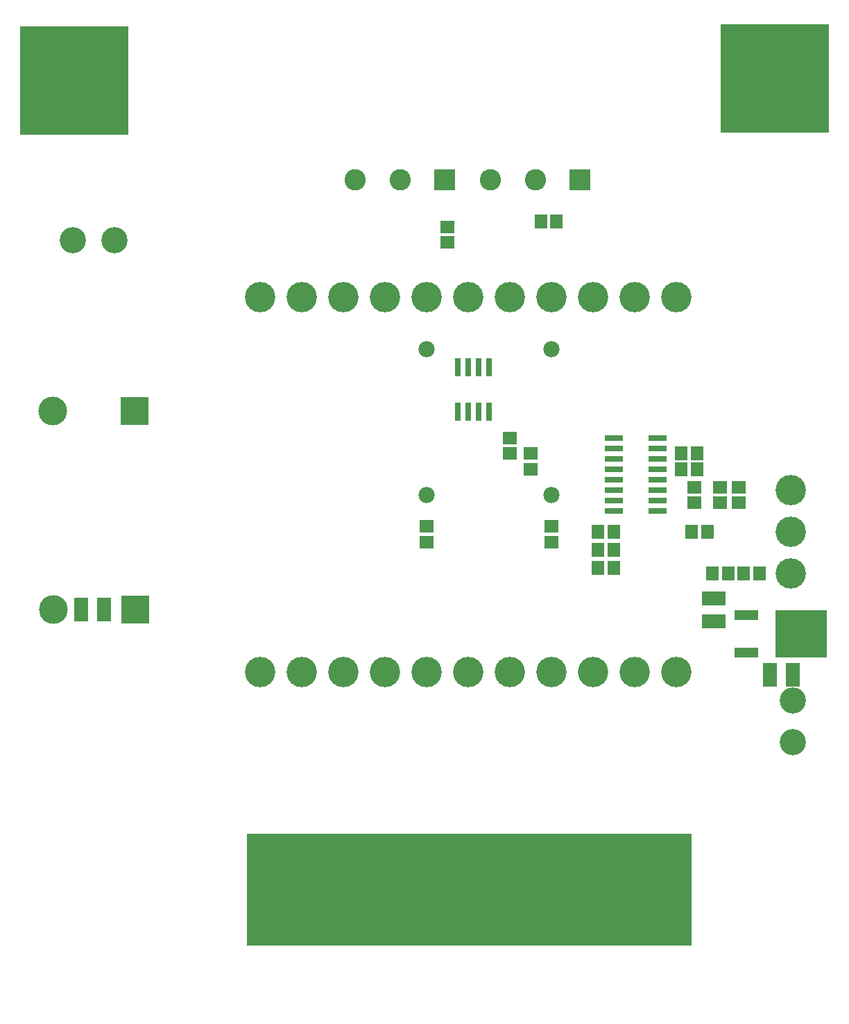
<source format=gbr>
G04 DipTrace 2.3.0.3*
%INTopMask.gbr*%
%MOMM*%
%ADD31C,3.5*%
%ADD49R,6.35X5.75*%
%ADD51R,2.95X1.2*%
%ADD53C,3.2*%
%ADD55R,13.2X13.2*%
%ADD57R,2.2X0.8*%
%ADD59C,3.7*%
%ADD61C,3.7*%
%ADD62C,1.978*%
%ADD64C,1.978*%
%ADD66C,2.6*%
%ADD68R,2.6X2.6*%
%ADD70R,0.8X2.2*%
%ADD73R,3.5X3.5*%
%ADD75R,1.8X2.9*%
%ADD77R,2.9X1.8*%
%ADD79R,1.7X1.5*%
%ADD81R,1.5X1.7*%
%FSLAX53Y53*%
G04*
G71*
G90*
G75*
G01*
%LNTopMask*%
%LPD*%
D81*
X172085Y40640D3*
X173985D3*
X163825Y33020D3*
X161925D3*
D79*
X176845Y36515D3*
Y38415D3*
X140970Y33655D3*
Y31755D3*
X156210Y33655D3*
Y31755D3*
D77*
X176025Y22095D3*
Y24895D3*
D75*
X182880Y15558D3*
X185680D3*
X101600Y23495D3*
X98800D3*
D73*
X105410D3*
D31*
X95410D3*
D73*
X105330Y47705D3*
D31*
X95330D3*
D70*
X144780Y47625D3*
X146050D3*
X147320D3*
X148590D3*
Y53025D3*
X147320D3*
X146050D3*
X144780D3*
D68*
X143192Y75883D3*
D66*
X137742D3*
X132292D3*
D68*
X159703D3*
D66*
X154253D3*
X148803D3*
D81*
X172085Y42545D3*
X173985D3*
X161925Y28575D3*
X163825D3*
X163830Y30798D3*
X161930D3*
D79*
X173670Y36515D3*
Y38415D3*
D81*
X175895Y27940D3*
X177795D3*
X179705D3*
X181605D3*
D79*
X179067Y38415D3*
Y36515D3*
D81*
X175255Y33020D3*
X173355D3*
D64*
X156210Y55245D3*
D62*
Y37465D3*
D64*
X140970D3*
D62*
Y55245D3*
D79*
X153670Y42545D3*
Y40645D3*
X151130Y42545D3*
Y44445D3*
X143510Y70168D3*
Y68267D3*
D81*
X156843Y70805D3*
X154942D3*
D61*
X185420Y38100D3*
Y33020D3*
Y27940D3*
D59*
X120650Y61595D3*
X125730D3*
X130810D3*
X135890D3*
X140970D3*
X146050D3*
X151130D3*
X156210D3*
X161290D3*
X166370D3*
X171450D3*
Y15875D3*
X166370D3*
X161290D3*
X156210D3*
X151130D3*
X146050D3*
X140970D3*
X135890D3*
X130810D3*
X125730D3*
X120650D3*
D57*
X169230Y35560D3*
Y36830D3*
Y38100D3*
Y39370D3*
Y40640D3*
Y41910D3*
Y43180D3*
Y44450D3*
X163830D3*
Y43180D3*
Y41910D3*
Y40640D3*
Y39370D3*
Y38100D3*
Y36830D3*
Y35560D3*
D55*
X166370Y-10477D3*
X125730D3*
D53*
X97790Y68580D3*
X102870D3*
D51*
X180022Y22860D3*
Y18300D3*
D49*
X186722Y20580D3*
D53*
X185737Y12382D3*
Y7303D3*
D55*
X98000Y88000D3*
X183515Y88265D3*
G36*
X119062Y-3810D2*
X173355D1*
Y-17462D1*
X119062D1*
D1*
Y-3810D1*
G37*
M02*

</source>
